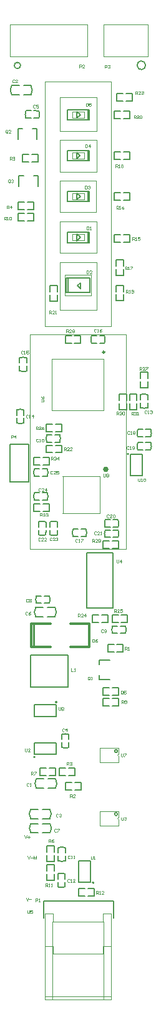
<source format=gto>
%FSLAX25Y25*%
%MOIN*%
G70*
G01*
G75*
%ADD10R,0.00984X0.03150*%
%ADD11R,0.03150X0.00984*%
%ADD12R,0.17716X0.17716*%
%ADD13R,0.07874X0.07874*%
%ADD14R,0.02362X0.02756*%
%ADD15R,0.02756X0.02362*%
%ADD16R,0.03150X0.03937*%
%ADD17R,0.02559X0.02165*%
%ADD18R,0.02165X0.02559*%
%ADD19R,0.03543X0.03150*%
%ADD20R,0.03543X0.03150*%
%ADD21R,0.01575X0.03937*%
%ADD22O,0.01181X0.07874*%
%ADD23R,0.01181X0.07874*%
%ADD24R,0.03937X0.01575*%
%ADD25R,0.02362X0.07874*%
%ADD26R,0.01063X0.07874*%
%ADD27R,0.05906X0.12992*%
%ADD28R,0.05906X0.03937*%
%ADD29R,0.03150X0.02559*%
%ADD30R,0.05118X0.15748*%
%ADD31C,0.05906*%
%ADD32R,0.03150X0.03543*%
%ADD33R,0.03150X0.03543*%
%ADD34R,0.06299X0.07480*%
%ADD35R,0.02756X0.13386*%
%ADD36R,0.07874X0.10000*%
%ADD37R,0.11417X0.11417*%
%ADD38C,0.00787*%
%ADD39C,0.01575*%
%ADD40C,0.02362*%
%ADD41C,0.01000*%
%ADD42C,0.01181*%
%ADD43R,0.05906X0.05906*%
%ADD44C,0.01969*%
%ADD45C,0.03150*%
%ADD46C,0.02756*%
%ADD47C,0.00984*%
%ADD48C,0.00500*%
%ADD49C,0.00591*%
%ADD50C,0.00394*%
%ADD51C,0.00709*%
%ADD52C,0.00197*%
%ADD53C,0.01200*%
D38*
X16092Y-425269D02*
G03*
X16092Y-430211I3706J-2471D01*
G01*
X26328D02*
G03*
X26328Y-425269I-3706J2471D01*
G01*
X28978Y-315337D02*
G03*
X28978Y-310395I-3706J2471D01*
G01*
X18742D02*
G03*
X18742Y-315337I3706J-2471D01*
G01*
X19012Y-401459D02*
G03*
X19012Y-406401I3706J-2471D01*
G01*
X29248D02*
G03*
X29248Y-401459I-3706J2471D01*
G01*
X30067Y-360760D02*
G03*
X30067Y-360760I-394J0D01*
G01*
X49714Y-456674D02*
G03*
X49714Y-456674I-394J0D01*
G01*
X18280Y-389940D02*
G03*
X18280Y-389940I-394J0D01*
G01*
X16012Y-417659D02*
G03*
X16012Y-422601I3706J-2471D01*
G01*
X26248D02*
G03*
X26248Y-417659I-3706J2471D01*
G01*
X16128Y-38101D02*
G03*
X16128Y-33159I-3706J2471D01*
G01*
X5892D02*
G03*
X5892Y-38101I3706J-2471D01*
G01*
X68354Y-228926D02*
G03*
X68354Y-228926I-394J0D01*
G01*
X16092Y-430211D02*
X20029D01*
X16092Y-425269D02*
X20029D01*
X22391Y-430211D02*
X26328D01*
X22391Y-425269D02*
X26328D01*
X25041Y-310395D02*
X28978D01*
X25041Y-315337D02*
X28978D01*
X18742Y-310395D02*
X22679D01*
X18742Y-315337D02*
X22679D01*
X19012Y-406401D02*
X22949D01*
X19012Y-401459D02*
X22949D01*
X25311Y-406401D02*
X29248D01*
X25311Y-401459D02*
X29248D01*
X17066Y-56150D02*
X19428D01*
X9192D02*
X11554D01*
X19428Y-61819D02*
Y-56150D01*
X9192Y-61780D02*
Y-56150D01*
X17666Y-81250D02*
X20028D01*
X9792D02*
X12154D01*
X20028Y-86919D02*
Y-81250D01*
X9792Y-86880D02*
Y-81250D01*
X60027Y-296080D02*
Y-281277D01*
X46050Y-281316D02*
X59987D01*
X45853Y-310647D02*
Y-281513D01*
Y-310647D02*
X59987D01*
X60027Y-310450D02*
Y-294938D01*
X45853Y-281513D02*
X46050Y-281316D01*
X35017Y-143049D02*
X47615D01*
X35017Y-135568D02*
X47615D01*
X42497Y-141080D02*
Y-137930D01*
X47615Y-143049D02*
Y-135568D01*
X35017Y-143049D02*
Y-135568D01*
X35804Y-143049D02*
Y-135568D01*
X40922Y-139505D02*
X42497Y-141080D01*
X40922Y-139505D02*
X42497Y-137930D01*
X45223Y-111147D02*
X47428D01*
X46759Y-116659D02*
X47389D01*
X47428Y-116619D01*
Y-116029D01*
X46759Y-116659D02*
Y-111147D01*
X47428Y-116029D02*
Y-111147D01*
X35774Y-116659D02*
X46759D01*
X35774D02*
Y-111147D01*
X46759D01*
X45223Y-89317D02*
X47428D01*
X46759Y-94829D02*
X47389D01*
X47428Y-94789D01*
Y-94199D01*
X46759Y-94829D02*
Y-89317D01*
X47428Y-94199D02*
Y-89317D01*
X35774Y-94829D02*
X46759D01*
X35774D02*
Y-89317D01*
X46759D01*
X45213Y-67667D02*
X47418D01*
X46749Y-73179D02*
X47379D01*
X47418Y-73139D01*
Y-72549D01*
X46749Y-73179D02*
Y-67667D01*
X47418Y-72549D02*
Y-67667D01*
X35765Y-73179D02*
X46749D01*
X35765D02*
Y-67667D01*
X46749D01*
X45223Y-46077D02*
X47428D01*
X46759Y-51589D02*
X47389D01*
X47428Y-51549D01*
Y-50959D01*
X46759Y-51589D02*
Y-46077D01*
X47428Y-50959D02*
Y-46077D01*
X35774Y-51589D02*
X46759D01*
X35774D02*
Y-46077D01*
X46759D01*
X16012Y-422601D02*
X19949D01*
X16012Y-417659D02*
X19949D01*
X22311Y-422601D02*
X26248D01*
X22311Y-417659D02*
X26248D01*
X52530Y-340794D02*
Y-338432D01*
Y-348668D02*
Y-346306D01*
Y-338432D02*
X58199D01*
X52530Y-348668D02*
X58160D01*
X12191Y-33159D02*
X16128D01*
X12191Y-38101D02*
X16128D01*
X5892Y-33159D02*
X9829D01*
X5892Y-38101D02*
X9829D01*
X4820Y-243870D02*
Y-223870D01*
Y-243870D02*
X14820D01*
Y-223870D01*
X4820D02*
X14820D01*
X52992Y-240718D02*
X53091D01*
X52992D02*
Y-240619D01*
Y-260501D02*
Y-260402D01*
X53091D01*
X33209D02*
X33307D01*
Y-260501D02*
Y-260402D01*
Y-240718D02*
Y-240619D01*
X33209Y-240718D02*
X33307D01*
D41*
X17660Y-331569D02*
Y-318971D01*
D47*
X55480Y-174833D02*
G03*
X55480Y-174833I-492J0D01*
G01*
X56142Y-237068D02*
G03*
X56142Y-237068I-492J0D01*
G01*
X57134Y-237076D02*
G03*
X57134Y-237076I-984J0D01*
G01*
D48*
X36405Y-377925D02*
G03*
X32506Y-377928I-1945J-4864D01*
G01*
X32476Y-384781D02*
G03*
X36412Y-384856I2063J4907D01*
G01*
X24642Y-218705D02*
G03*
X24646Y-222604I4864J-1945D01*
G01*
X31498Y-222634D02*
G03*
X31574Y-218698I-4907J2063D01*
G01*
X66615Y-324205D02*
G03*
X66612Y-320306I-4864J1945D01*
G01*
X59759Y-320276D02*
G03*
X59684Y-324212I4907J-2063D01*
G01*
X19084Y-304301D02*
G03*
X19088Y-308200I4864J-1945D01*
G01*
X25941Y-308230D02*
G03*
X26016Y-304294I-4907J2063D01*
G01*
X34615Y-438115D02*
G03*
X30716Y-438118I-1945J-4864D01*
G01*
X30686Y-444971D02*
G03*
X34622Y-445046I2063J4907D01*
G01*
X30485Y-458875D02*
G03*
X34384Y-458872I1945J4864D01*
G01*
X34414Y-452019D02*
G03*
X30478Y-451944I-2063J-4907D01*
G01*
X20365Y-50525D02*
G03*
X20362Y-46626I-4864J1945D01*
G01*
X13509Y-46596D02*
G03*
X13434Y-50532I4907J-2063D01*
G01*
X80071Y-219854D02*
G03*
X80146Y-215918I-4907J2063D01*
G01*
X73215Y-215925D02*
G03*
X73218Y-219824I4864J-1945D01*
G01*
X80069Y-226799D02*
G03*
X80145Y-222863I-4907J2063D01*
G01*
X73213Y-222870D02*
G03*
X73216Y-226769I4864J-1945D01*
G01*
X48559Y-166041D02*
G03*
X48484Y-169976I4907J-2063D01*
G01*
X55415Y-169970D02*
G03*
X55412Y-166071I-4864J1945D01*
G01*
X10046Y-184761D02*
G03*
X13982Y-184836I2063J4907D01*
G01*
X13975Y-177905D02*
G03*
X10076Y-177908I-1945J-4864D01*
G01*
X12434Y-205599D02*
G03*
X8498Y-205524I-2063J-4907D01*
G01*
X8505Y-212455D02*
G03*
X12404Y-212452I1945J4864D01*
G01*
X78574Y-197439D02*
G03*
X74638Y-197364I-2063J-4907D01*
G01*
X74645Y-204295D02*
G03*
X78544Y-204292I1945J4864D01*
G01*
X38689Y-268846D02*
G03*
X38614Y-272782I4907J-2063D01*
G01*
X45545Y-272775D02*
G03*
X45542Y-268876I-4864J1945D01*
G01*
X24841Y-240854D02*
G03*
X24916Y-236918I-4907J2063D01*
G01*
X17985Y-236925D02*
G03*
X17988Y-240824I4864J-1945D01*
G01*
X24841Y-253514D02*
G03*
X24916Y-249578I-4907J2063D01*
G01*
X17985Y-249585D02*
G03*
X17988Y-253484I4864J-1945D01*
G01*
X24124Y-265009D02*
G03*
X20188Y-264934I-2063J-4907D01*
G01*
X20195Y-271865D02*
G03*
X24094Y-271862I1945J4864D01*
G01*
X55859Y-269326D02*
G03*
X55784Y-273262I4907J-2063D01*
G01*
X62715Y-273255D02*
G03*
X62712Y-269356I-4864J1945D01*
G01*
X30384Y-265029D02*
G03*
X26448Y-264954I-2063J-4907D01*
G01*
X26455Y-271885D02*
G03*
X30354Y-271882I1945J4864D01*
G01*
X55859Y-263846D02*
G03*
X55784Y-267782I4907J-2063D01*
G01*
X62715Y-267775D02*
G03*
X62712Y-263876I-4864J1945D01*
G01*
X36408Y-380524D02*
Y-377926D01*
X32471Y-380524D02*
X32511Y-377926D01*
X36408Y-384858D02*
Y-382099D01*
X32471Y-384779D02*
Y-382099D01*
X24644Y-218702D02*
X27242D01*
X24644Y-222599D02*
X27242Y-222639D01*
X28817Y-218702D02*
X31575D01*
X28817Y-222639D02*
X31496D01*
X64016Y-324208D02*
X66614D01*
X64016Y-320271D02*
X66614Y-320311D01*
X59682Y-324208D02*
X62441D01*
X59761Y-320271D02*
X62441D01*
X19086Y-304298D02*
X21684D01*
X19086Y-308195D02*
X21684Y-308235D01*
X23259Y-304298D02*
X26017D01*
X23259Y-308235D02*
X25939D01*
X34618Y-440714D02*
Y-438116D01*
X30681Y-440714D02*
X30721Y-438116D01*
X34618Y-445048D02*
Y-442289D01*
X30681Y-444969D02*
Y-442289D01*
X30481Y-458874D02*
Y-456276D01*
X34379Y-458874D02*
X34418Y-456276D01*
X30481Y-454701D02*
Y-451942D01*
X34418Y-454701D02*
Y-452021D01*
X17766Y-50529D02*
X20364D01*
X17766Y-46591D02*
X20364Y-46631D01*
X13432Y-50529D02*
X16191D01*
X13511Y-46591D02*
X16191D01*
X77389Y-219859D02*
X80069D01*
X77389Y-215921D02*
X80148D01*
X73216Y-219819D02*
X75814Y-219859D01*
X73216Y-215921D02*
X75814D01*
X77387Y-226803D02*
X80067D01*
X77387Y-222867D02*
X80146D01*
X73214Y-226764D02*
X75813Y-226803D01*
X73214Y-222867D02*
X75813D01*
X48561Y-166036D02*
X51241D01*
X48482Y-169973D02*
X51241D01*
X52816Y-166036D02*
X55414Y-166076D01*
X52816Y-169973D02*
X55414D01*
X10041Y-184759D02*
Y-182079D01*
X13979Y-184838D02*
Y-182079D01*
X10041Y-180504D02*
X10081Y-177906D01*
X13979Y-180504D02*
Y-177906D01*
X12438Y-208281D02*
Y-205601D01*
X8501Y-208281D02*
Y-205522D01*
X12399Y-212454D02*
X12438Y-209856D01*
X8501Y-212454D02*
Y-209856D01*
X78579Y-200121D02*
Y-197441D01*
X74642Y-200121D02*
Y-197362D01*
X78539Y-204294D02*
X78579Y-201696D01*
X74642Y-204294D02*
Y-201696D01*
X38691Y-268842D02*
X41371D01*
X38612Y-272779D02*
X41371D01*
X42946Y-268842D02*
X45544Y-268881D01*
X42946Y-272779D02*
X45544D01*
X22159Y-240859D02*
X24839D01*
X22159Y-236922D02*
X24917D01*
X17986Y-240819D02*
X20584Y-240859D01*
X17986Y-236922D02*
X20584D01*
X22159Y-253519D02*
X24839D01*
X22159Y-249582D02*
X24917D01*
X17986Y-253479D02*
X20584Y-253519D01*
X17986Y-249582D02*
X20584D01*
X24128Y-267691D02*
Y-265011D01*
X20191Y-267691D02*
Y-264932D01*
X24089Y-271864D02*
X24128Y-269266D01*
X20191Y-271864D02*
Y-269266D01*
X55861Y-269321D02*
X58541D01*
X55782Y-273258D02*
X58541D01*
X60116Y-269321D02*
X62714Y-269361D01*
X60116Y-273258D02*
X62714D01*
X30389Y-267711D02*
Y-265031D01*
X26452Y-267711D02*
Y-264952D01*
X30349Y-271884D02*
X30389Y-269286D01*
X26452Y-271884D02*
Y-269286D01*
X55861Y-263842D02*
X58541D01*
X55782Y-267778D02*
X58541D01*
X60116Y-263842D02*
X62714Y-263881D01*
X60116Y-267778D02*
X62714D01*
D49*
X62394Y-386735D02*
G03*
X62394Y-386735I-781J0D01*
G01*
Y-420275D02*
G03*
X62394Y-420275I-781J0D01*
G01*
X72829Y-22626D02*
G03*
X72820Y-22420I2271J206D01*
G01*
X10572Y-22446D02*
G03*
X10575Y-22549I-1652J-103D01*
G01*
X29234Y-216988D02*
X32581D01*
Y-213052D01*
X29234D02*
X32581D01*
X24313Y-216988D02*
X27659D01*
X24313D02*
Y-213052D01*
X27659D01*
X59488Y-314341D02*
X62835D01*
X59488Y-318279D02*
Y-314341D01*
Y-318279D02*
X62835D01*
X64409Y-314341D02*
X67756D01*
Y-318279D02*
Y-314341D01*
X64409Y-318279D02*
X67756D01*
X49106Y-314341D02*
X52453D01*
X49106Y-318279D02*
Y-314341D01*
Y-318279D02*
X52453D01*
X54027Y-314341D02*
X57374D01*
Y-318279D02*
Y-314341D01*
X54027Y-318279D02*
X57374D01*
X61996Y-37481D02*
X65343D01*
X61996Y-41418D02*
Y-37481D01*
Y-41418D02*
X65343D01*
X66917Y-37481D02*
X70264D01*
Y-41418D02*
Y-37481D01*
X66917Y-41418D02*
X70264D01*
X29234Y-228242D02*
X32581D01*
Y-224305D01*
X29234D02*
X32581D01*
X24313Y-228242D02*
X27659D01*
X24313D02*
Y-224305D01*
X27659D01*
X26381Y-147684D02*
Y-144337D01*
Y-147684D02*
X30318D01*
Y-144337D01*
X26381Y-142763D02*
Y-139416D01*
X30318D01*
Y-142763D02*
Y-139416D01*
X60576Y-46922D02*
X63923D01*
X60576Y-50858D02*
Y-46922D01*
Y-50858D02*
X63923D01*
X65497Y-46922D02*
X68844D01*
Y-50858D02*
Y-46922D01*
X65497Y-50858D02*
X68844D01*
X61581Y-147564D02*
Y-144217D01*
Y-147564D02*
X65518D01*
Y-144217D01*
X61581Y-142643D02*
Y-139296D01*
X65518D01*
Y-142643D02*
Y-139296D01*
X60576Y-68492D02*
X63923D01*
X60576Y-72429D02*
Y-68492D01*
Y-72429D02*
X63923D01*
X65497Y-68492D02*
X68844D01*
Y-72429D02*
Y-68492D01*
X65497Y-72429D02*
X68844D01*
X65518Y-129063D02*
Y-125716D01*
X61581D02*
X65518D01*
X61581Y-129063D02*
Y-125716D01*
X65518Y-133984D02*
Y-130637D01*
X61581Y-133984D02*
X65518D01*
X61581D02*
Y-130637D01*
X60576Y-90101D02*
X63923D01*
X60576Y-94038D02*
Y-90101D01*
Y-94038D02*
X63923D01*
X65497Y-90101D02*
X68844D01*
Y-94038D02*
Y-90101D01*
X65497Y-94038D02*
X68844D01*
X60576Y-112372D02*
X63923D01*
X60576Y-116308D02*
Y-112372D01*
Y-116308D02*
X63923D01*
X65497Y-112372D02*
X68844D01*
Y-116308D02*
Y-112372D01*
X65497Y-116308D02*
X68844D01*
X46487Y-463698D02*
X49834D01*
Y-459761D01*
X46487D02*
X49834D01*
X41566Y-463698D02*
X44913D01*
X41566D02*
Y-459761D01*
X44913D01*
X54696Y-358741D02*
X58043D01*
X54696Y-362679D02*
Y-358741D01*
Y-362679D02*
X58043D01*
X59617Y-358741D02*
X62964D01*
Y-362679D02*
Y-358741D01*
X59617Y-362679D02*
X62964D01*
X20996Y-395752D02*
X24343D01*
X20996Y-399689D02*
Y-395752D01*
Y-399689D02*
X24343D01*
X25917Y-395752D02*
X29264D01*
Y-399689D02*
Y-395752D01*
X25917Y-399689D02*
X29264D01*
X54606Y-353051D02*
X57953D01*
X54606Y-356989D02*
Y-353051D01*
Y-356989D02*
X57953D01*
X59527Y-353051D02*
X62874D01*
Y-356989D02*
Y-353051D01*
X59527Y-356989D02*
X62874D01*
X31236Y-395761D02*
X34583D01*
X31236Y-399698D02*
Y-395761D01*
Y-399698D02*
X34583D01*
X36157Y-395761D02*
X39504D01*
Y-399698D02*
Y-395761D01*
X36157Y-399698D02*
X39504D01*
X39477Y-407469D02*
X42824D01*
Y-403532D01*
X39477D02*
X42824D01*
X34556Y-407469D02*
X37903D01*
X34556D02*
Y-403532D01*
X37903D01*
X57186Y-330161D02*
X60533D01*
X57186Y-334099D02*
Y-330161D01*
Y-334099D02*
X60533D01*
X62107Y-330161D02*
X65454D01*
Y-334099D02*
Y-330161D01*
X62107Y-334099D02*
X65454D01*
X24632Y-455274D02*
Y-451927D01*
Y-455274D02*
X28569D01*
Y-451927D01*
X24632Y-450353D02*
Y-447006D01*
X28569D01*
Y-450353D02*
Y-447006D01*
X24632Y-445276D02*
Y-441930D01*
Y-445276D02*
X28569D01*
Y-441930D01*
X24632Y-440355D02*
Y-437008D01*
X28569D01*
Y-440355D02*
Y-437008D01*
X14319Y-104969D02*
X17666D01*
Y-101031D01*
X14319D02*
X17666D01*
X9398Y-104969D02*
X12745D01*
X9398D02*
Y-101031D01*
X12745D01*
X11546Y-69682D02*
X14893D01*
X11546Y-73619D02*
Y-69682D01*
Y-73619D02*
X14893D01*
X16467Y-69682D02*
X19814D01*
Y-73619D02*
Y-69682D01*
X16467Y-73619D02*
X19814D01*
X14319Y-99019D02*
X17666D01*
Y-95082D01*
X14319D02*
X17666D01*
X9398Y-99019D02*
X12745D01*
X9398D02*
Y-95082D01*
X12745D01*
X22808Y-475395D02*
Y-466537D01*
X60170Y-475356D02*
Y-466537D01*
X22808D02*
X60170D01*
X40775Y-112171D02*
X42467Y-113864D01*
X40775Y-115596D02*
Y-112171D01*
Y-115596D02*
X42467Y-113903D01*
Y-113903D01*
X40775Y-90341D02*
X42467Y-92033D01*
X40775Y-93766D02*
Y-90341D01*
Y-93766D02*
X42467Y-92073D01*
Y-92073D01*
X40764Y-68691D02*
X42457Y-70384D01*
X40764Y-72116D02*
Y-68691D01*
Y-72116D02*
X42457Y-70423D01*
Y-70423D01*
X40775Y-47100D02*
X42467Y-48794D01*
X40775Y-50526D02*
Y-47100D01*
Y-50526D02*
X42467Y-48833D01*
Y-48833D01*
X34506Y-166082D02*
X37853D01*
X34506Y-170018D02*
Y-166082D01*
Y-170018D02*
X37853D01*
X39427Y-166082D02*
X42774D01*
Y-170018D02*
Y-166082D01*
X39427Y-170018D02*
X42774D01*
X74642Y-193654D02*
Y-190307D01*
Y-193654D02*
X78579D01*
Y-190307D01*
X74642Y-188733D02*
Y-185386D01*
X78579D01*
Y-188733D02*
Y-185386D01*
X72789Y-200463D02*
Y-197116D01*
X68852D02*
X72789D01*
X68852Y-200463D02*
Y-197116D01*
X72789Y-205384D02*
Y-202037D01*
X68852Y-205384D02*
X72789D01*
X68852D02*
Y-202037D01*
X67248Y-200453D02*
Y-197106D01*
X63311D02*
X67248D01*
X63311Y-200453D02*
Y-197106D01*
X67248Y-205374D02*
Y-202027D01*
X63311Y-205374D02*
X67248D01*
X63311D02*
Y-202027D01*
X22537Y-234629D02*
X25884D01*
Y-230692D01*
X22537D02*
X25884D01*
X17616Y-234629D02*
X20963D01*
X17616D02*
Y-230692D01*
X20963D01*
X22547Y-259408D02*
X25894D01*
Y-255471D01*
X22547D02*
X25894D01*
X17626Y-259408D02*
X20973D01*
X17626D02*
Y-255471D01*
X20973D01*
X54746Y-275031D02*
X58093D01*
X54746Y-278969D02*
Y-275031D01*
Y-278969D02*
X58093D01*
X59667Y-275031D02*
X63014D01*
Y-278969D02*
Y-275031D01*
X59667Y-278969D02*
X63014D01*
D50*
X63092Y-388406D02*
G03*
X63092Y-389686I0J-640D01*
G01*
Y-421946D02*
G03*
X63092Y-423225I0J-640D01*
G01*
X27429Y-205837D02*
Y-178278D01*
X54988D01*
X27429Y-205837D02*
X54988D01*
Y-178278D01*
X52856Y-385246D02*
X63092D01*
X52856Y-392845D02*
Y-385246D01*
Y-392845D02*
X63092D01*
Y-389686D01*
Y-388406D02*
Y-385246D01*
X52856Y-418786D02*
X63092D01*
X52856Y-426385D02*
Y-418786D01*
Y-426385D02*
X63092D01*
Y-423225D01*
Y-421946D02*
Y-418786D01*
X54878Y-720D02*
X78500D01*
X54878Y-17720D02*
Y-791D01*
Y-17720D02*
X78500D01*
Y-791D01*
X5120Y-720D02*
X46459D01*
Y-17649D02*
Y-720D01*
X5120Y-17649D02*
X46459D01*
X5120D02*
Y-720D01*
X23622Y-161024D02*
Y-31102D01*
X59055D01*
Y-161024D02*
Y-31102D01*
X23622Y-161024D02*
X59055D01*
X31496Y-57284D02*
Y-39567D01*
X51181D01*
Y-57284D02*
Y-39567D01*
X31496Y-57284D02*
X51181D01*
X31496Y-78937D02*
Y-62008D01*
X51181D01*
X31496Y-78937D02*
X51181D01*
Y-62008D01*
X31496Y-100591D02*
Y-83661D01*
X51024D01*
X31496Y-100591D02*
X51063D01*
X51024Y-100551D02*
X51063Y-100591D01*
Y-83701D01*
X31496Y-122244D02*
Y-105315D01*
X51181D01*
X31496Y-122244D02*
X51181D01*
Y-105315D01*
X31496Y-152559D02*
Y-126969D01*
X51181D01*
X31496Y-152559D02*
X51181D01*
Y-126969D01*
X15748Y-279528D02*
Y-165354D01*
X66929D01*
Y-279528D02*
Y-165354D01*
X15748Y-279528D02*
X66929D01*
X52992Y-260402D02*
Y-240718D01*
X33307Y-260402D02*
X52992D01*
X33307D02*
Y-240718D01*
X52992D01*
X30866Y-363544D02*
Y-364856D01*
X31128Y-365118D01*
X31653D01*
X31916Y-364856D01*
Y-363544D01*
X32440Y-363806D02*
X32703Y-363544D01*
X33228D01*
X33490Y-363806D01*
Y-364069D01*
X33228Y-364331D01*
X33490Y-364593D01*
Y-364856D01*
X33228Y-365118D01*
X32703D01*
X32440Y-364856D01*
Y-364593D01*
X32703Y-364331D01*
X32440Y-364069D01*
Y-363806D01*
X32703Y-364331D02*
X33228D01*
X64252Y-388071D02*
Y-389383D01*
X64514Y-389646D01*
X65039D01*
X65302Y-389383D01*
Y-388071D01*
X65826D02*
X66876D01*
Y-388334D01*
X65826Y-389383D01*
Y-389646D01*
X5105Y-84541D02*
Y-83491D01*
X4842Y-83229D01*
X4318D01*
X4055Y-83491D01*
Y-84541D01*
X4318Y-84803D01*
X4842D01*
X4580Y-84278D02*
X5105Y-84803D01*
X4842D02*
X5105Y-84541D01*
X5629Y-83491D02*
X5892Y-83229D01*
X6417D01*
X6679Y-83491D01*
Y-83754D01*
X6417Y-84016D01*
X6154D01*
X6417D01*
X6679Y-84278D01*
Y-84541D01*
X6417Y-84803D01*
X5892D01*
X5629Y-84541D01*
X3609Y-58084D02*
Y-57035D01*
X3346Y-56772D01*
X2821D01*
X2559Y-57035D01*
Y-58084D01*
X2821Y-58346D01*
X3346D01*
X3084Y-57822D02*
X3609Y-58346D01*
X3346D02*
X3609Y-58084D01*
X5183Y-58346D02*
X4133D01*
X5183Y-57297D01*
Y-57035D01*
X4921Y-56772D01*
X4396D01*
X4133Y-57035D01*
X48898Y-327284D02*
Y-328858D01*
X49685D01*
X49947Y-328596D01*
Y-327546D01*
X49685Y-327284D01*
X48898D01*
X51521D02*
X50997Y-327546D01*
X50472Y-328071D01*
Y-328596D01*
X50734Y-328858D01*
X51259D01*
X51521Y-328596D01*
Y-328333D01*
X51259Y-328071D01*
X50472D01*
X36798Y-454948D02*
X36535Y-454685D01*
X36010D01*
X35748Y-454948D01*
Y-455998D01*
X36010Y-456260D01*
X36535D01*
X36798Y-455998D01*
X37322Y-456260D02*
X37847D01*
X37585D01*
Y-454685D01*
X37322Y-454948D01*
X39684Y-456260D02*
X38634D01*
X39684Y-455210D01*
Y-454948D01*
X39421Y-454685D01*
X38897D01*
X38634Y-454948D01*
X37034Y-442586D02*
X36771Y-442323D01*
X36247D01*
X35984Y-442586D01*
Y-443635D01*
X36247Y-443898D01*
X36771D01*
X37034Y-443635D01*
X37558Y-443898D02*
X38083D01*
X37821D01*
Y-442323D01*
X37558Y-442586D01*
X38870Y-443898D02*
X39395D01*
X39133D01*
Y-442323D01*
X38870Y-442586D01*
X16220Y-399331D02*
Y-397756D01*
X17008D01*
X17270Y-398019D01*
Y-398544D01*
X17008Y-398806D01*
X16220D01*
X16745D02*
X17270Y-399331D01*
X17795Y-397756D02*
X18844D01*
Y-398019D01*
X17795Y-399068D01*
Y-399331D01*
X45551Y-42599D02*
Y-44173D01*
X46338D01*
X46601Y-43911D01*
Y-42861D01*
X46338Y-42599D01*
X45551D01*
X48175D02*
X47126D01*
Y-43386D01*
X47650Y-43124D01*
X47913D01*
X48175Y-43386D01*
Y-43911D01*
X47913Y-44173D01*
X47388D01*
X47126Y-43911D01*
X45276Y-64489D02*
Y-66063D01*
X46063D01*
X46325Y-65801D01*
Y-64751D01*
X46063Y-64489D01*
X45276D01*
X47637Y-66063D02*
Y-64489D01*
X46850Y-65276D01*
X47899D01*
X45079Y-86418D02*
Y-87992D01*
X45866D01*
X46128Y-87730D01*
Y-86680D01*
X45866Y-86418D01*
X45079D01*
X46653Y-86680D02*
X46915Y-86418D01*
X47440D01*
X47703Y-86680D01*
Y-86943D01*
X47440Y-87205D01*
X47178D01*
X47440D01*
X47703Y-87467D01*
Y-87730D01*
X47440Y-87992D01*
X46915D01*
X46653Y-87730D01*
X46063Y-108229D02*
Y-109803D01*
X46850D01*
X47113Y-109541D01*
Y-108491D01*
X46850Y-108229D01*
X46063D01*
X47637Y-109803D02*
X48162D01*
X47900D01*
Y-108229D01*
X47637Y-108491D01*
X15026Y-404003D02*
X14763Y-403741D01*
X14239D01*
X13976Y-404003D01*
Y-405053D01*
X14239Y-405315D01*
X14763D01*
X15026Y-405053D01*
X15551Y-405315D02*
X16075D01*
X15813D01*
Y-403741D01*
X15551Y-404003D01*
X7467Y-30263D02*
X7204Y-30000D01*
X6680D01*
X6417Y-30263D01*
Y-31312D01*
X6680Y-31575D01*
X7204D01*
X7467Y-31312D01*
X9041Y-31575D02*
X7992D01*
X9041Y-30525D01*
Y-30263D01*
X8779Y-30000D01*
X8254D01*
X7992Y-30263D01*
X30681Y-420476D02*
X30418Y-420214D01*
X29894D01*
X29631Y-420476D01*
Y-421526D01*
X29894Y-421788D01*
X30418D01*
X30681Y-421526D01*
X31205Y-420476D02*
X31468Y-420214D01*
X31993D01*
X32255Y-420476D01*
Y-420739D01*
X31993Y-421001D01*
X31730D01*
X31993D01*
X32255Y-421263D01*
Y-421526D01*
X31993Y-421788D01*
X31468D01*
X31205Y-421526D01*
X33924Y-374948D02*
X33661Y-374686D01*
X33136D01*
X32874Y-374948D01*
Y-375997D01*
X33136Y-376260D01*
X33661D01*
X33924Y-375997D01*
X35236Y-376260D02*
Y-374686D01*
X34448Y-375473D01*
X35498D01*
X18490Y-43727D02*
X18228Y-43465D01*
X17703D01*
X17441Y-43727D01*
Y-44777D01*
X17703Y-45039D01*
X18228D01*
X18490Y-44777D01*
X20065Y-43465D02*
X19015D01*
Y-44252D01*
X19540Y-43990D01*
X19802D01*
X20065Y-44252D01*
Y-44777D01*
X19802Y-45039D01*
X19278D01*
X19015Y-44777D01*
X14321Y-313092D02*
X14059Y-312830D01*
X13534D01*
X13272Y-313092D01*
Y-314142D01*
X13534Y-314404D01*
X14059D01*
X14321Y-314142D01*
X15896Y-312830D02*
X15371Y-313092D01*
X14846Y-313617D01*
Y-314142D01*
X15109Y-314404D01*
X15633D01*
X15896Y-314142D01*
Y-313879D01*
X15633Y-313617D01*
X14846D01*
X29833Y-428450D02*
X29571Y-428188D01*
X29046D01*
X28784Y-428450D01*
Y-429500D01*
X29046Y-429762D01*
X29571D01*
X29833Y-429500D01*
X30358Y-428188D02*
X31407D01*
Y-428450D01*
X30358Y-429500D01*
Y-429762D01*
X14579Y-306241D02*
X14317Y-305979D01*
X13792D01*
X13530Y-306241D01*
Y-307291D01*
X13792Y-307553D01*
X14317D01*
X14579Y-307291D01*
X15104Y-306241D02*
X15367Y-305979D01*
X15891D01*
X16154Y-306241D01*
Y-306504D01*
X15891Y-306766D01*
X16154Y-307028D01*
Y-307291D01*
X15891Y-307553D01*
X15367D01*
X15104Y-307291D01*
Y-307028D01*
X15367Y-306766D01*
X15104Y-306504D01*
Y-306241D01*
X15367Y-306766D02*
X15891D01*
X54790Y-322461D02*
X54527Y-322198D01*
X54002D01*
X53740Y-322461D01*
Y-323510D01*
X54002Y-323773D01*
X54527D01*
X54790Y-323510D01*
X55314D02*
X55577Y-323773D01*
X56102D01*
X56364Y-323510D01*
Y-322461D01*
X56102Y-322198D01*
X55577D01*
X55314Y-322461D01*
Y-322723D01*
X55577Y-322985D01*
X56364D01*
X20065Y-221208D02*
X19803Y-220945D01*
X19278D01*
X19016Y-221208D01*
Y-222257D01*
X19278Y-222520D01*
X19803D01*
X20065Y-222257D01*
X20590Y-222520D02*
X21115D01*
X20852D01*
Y-220945D01*
X20590Y-221208D01*
X21902D02*
X22164Y-220945D01*
X22689D01*
X22952Y-221208D01*
Y-222257D01*
X22689Y-222520D01*
X22164D01*
X21902Y-222257D01*
Y-221208D01*
X45906Y-131418D02*
Y-132992D01*
X46693D01*
X46955Y-132730D01*
Y-131680D01*
X46693Y-131418D01*
X45906D01*
X48529Y-132992D02*
X47480D01*
X48529Y-131943D01*
Y-131680D01*
X48267Y-131418D01*
X47742D01*
X47480Y-131680D01*
X37638Y-342835D02*
Y-344409D01*
X38687D01*
X39212D02*
X39737D01*
X39474D01*
Y-342835D01*
X39212Y-343097D01*
X18740Y-466653D02*
Y-465079D01*
X19527D01*
X19790Y-465342D01*
Y-465866D01*
X19527Y-466129D01*
X18740D01*
X20314Y-466653D02*
X20839D01*
X20577D01*
Y-465079D01*
X20314Y-465342D01*
X42087Y-23740D02*
Y-22166D01*
X42874D01*
X43136Y-22428D01*
Y-22953D01*
X42874Y-23215D01*
X42087D01*
X44710Y-23740D02*
X43661D01*
X44710Y-22691D01*
Y-22428D01*
X44448Y-22166D01*
X43923D01*
X43661Y-22428D01*
X55709Y-23858D02*
Y-22284D01*
X56496D01*
X56758Y-22546D01*
Y-23071D01*
X56496Y-23334D01*
X55709D01*
X57283Y-22546D02*
X57545Y-22284D01*
X58070D01*
X58333Y-22546D01*
Y-22809D01*
X58070Y-23071D01*
X57808D01*
X58070D01*
X58333Y-23334D01*
Y-23596D01*
X58070Y-23858D01*
X57545D01*
X57283Y-23596D01*
X47703Y-348596D02*
Y-347546D01*
X47441Y-347284D01*
X46916D01*
X46654Y-347546D01*
Y-348596D01*
X46916Y-348858D01*
X47441D01*
X47178Y-348334D02*
X47703Y-348858D01*
X47441D02*
X47703Y-348596D01*
X48228Y-348858D02*
X48753D01*
X48490D01*
Y-347284D01*
X48228Y-347546D01*
X66448Y-333017D02*
Y-331443D01*
X67236D01*
X67498Y-331705D01*
Y-332230D01*
X67236Y-332492D01*
X66448D01*
X66973D02*
X67498Y-333017D01*
X68023D02*
X68547D01*
X68285D01*
Y-331443D01*
X68023Y-331705D01*
X37126Y-411422D02*
Y-409848D01*
X37913D01*
X38175Y-410110D01*
Y-410635D01*
X37913Y-410897D01*
X37126D01*
X37650D02*
X38175Y-411422D01*
X39750D02*
X38700D01*
X39750Y-410372D01*
Y-410110D01*
X39487Y-409848D01*
X38963D01*
X38700Y-410110D01*
X35276Y-394213D02*
Y-392638D01*
X36063D01*
X36325Y-392901D01*
Y-393425D01*
X36063Y-393688D01*
X35276D01*
X35800D02*
X36325Y-394213D01*
X36850Y-392901D02*
X37112Y-392638D01*
X37637D01*
X37899Y-392901D01*
Y-393163D01*
X37637Y-393425D01*
X37375D01*
X37637D01*
X37899Y-393688D01*
Y-393950D01*
X37637Y-394213D01*
X37112D01*
X36850Y-393950D01*
X3351Y-98561D02*
Y-96987D01*
X4138D01*
X4400Y-97249D01*
Y-97774D01*
X4138Y-98036D01*
X3351D01*
X3876D02*
X4400Y-98561D01*
X5712D02*
Y-96987D01*
X4925Y-97774D01*
X5975D01*
X64169Y-356452D02*
Y-354878D01*
X64956D01*
X65219Y-355140D01*
Y-355665D01*
X64956Y-355928D01*
X64169D01*
X64694D02*
X65219Y-356452D01*
X66793Y-354878D02*
X65744D01*
Y-355665D01*
X66268Y-355403D01*
X66531D01*
X66793Y-355665D01*
Y-356190D01*
X66531Y-356452D01*
X66006D01*
X65744Y-356190D01*
X25674Y-435206D02*
Y-433632D01*
X26461D01*
X26724Y-433894D01*
Y-434419D01*
X26461Y-434681D01*
X25674D01*
X26199D02*
X26724Y-435206D01*
X28298Y-433632D02*
X27773Y-433894D01*
X27248Y-434419D01*
Y-434944D01*
X27511Y-435206D01*
X28035D01*
X28298Y-434944D01*
Y-434681D01*
X28035Y-434419D01*
X27248D01*
X64549Y-361317D02*
Y-359743D01*
X65336D01*
X65598Y-360006D01*
Y-360530D01*
X65336Y-360793D01*
X64549D01*
X65073D02*
X65598Y-361317D01*
X66123Y-360006D02*
X66385Y-359743D01*
X66910D01*
X67172Y-360006D01*
Y-360268D01*
X66910Y-360530D01*
X67172Y-360793D01*
Y-361055D01*
X66910Y-361317D01*
X66385D01*
X66123Y-361055D01*
Y-360793D01*
X66385Y-360530D01*
X66123Y-360268D01*
Y-360006D01*
X66385Y-360530D02*
X66910D01*
X4800Y-72636D02*
Y-71062D01*
X5587D01*
X5850Y-71325D01*
Y-71849D01*
X5587Y-72112D01*
X4800D01*
X5325D02*
X5850Y-72636D01*
X6374Y-72374D02*
X6637Y-72636D01*
X7162D01*
X7424Y-72374D01*
Y-71325D01*
X7162Y-71062D01*
X6637D01*
X6374Y-71325D01*
Y-71587D01*
X6637Y-71849D01*
X7424D01*
X1811Y-104528D02*
Y-102953D01*
X2598D01*
X2860Y-103216D01*
Y-103740D01*
X2598Y-104003D01*
X1811D01*
X2336D02*
X2860Y-104528D01*
X3385D02*
X3910D01*
X3648D01*
Y-102953D01*
X3385Y-103216D01*
X4697D02*
X4960Y-102953D01*
X5484D01*
X5747Y-103216D01*
Y-104265D01*
X5484Y-104528D01*
X4960D01*
X4697Y-104265D01*
Y-103216D01*
X24016Y-458780D02*
Y-457206D01*
X24803D01*
X25065Y-457468D01*
Y-457993D01*
X24803Y-458255D01*
X24016D01*
X24541D02*
X25065Y-458780D01*
X25590D02*
X26115D01*
X25852D01*
Y-457206D01*
X25590Y-457468D01*
X26902Y-458780D02*
X27427D01*
X27164D01*
Y-457206D01*
X26902Y-457468D01*
X51051Y-462756D02*
Y-461182D01*
X51838D01*
X52100Y-461444D01*
Y-461969D01*
X51838Y-462231D01*
X51051D01*
X51575D02*
X52100Y-462756D01*
X52625D02*
X53149D01*
X52887D01*
Y-461182D01*
X52625Y-461444D01*
X54986Y-462756D02*
X53937D01*
X54986Y-461706D01*
Y-461444D01*
X54724Y-461182D01*
X54199D01*
X53937Y-461444D01*
X70433Y-115276D02*
Y-113701D01*
X71220D01*
X71483Y-113964D01*
Y-114488D01*
X71220Y-114751D01*
X70433D01*
X70958D02*
X71483Y-115276D01*
X72007D02*
X72532D01*
X72270D01*
Y-113701D01*
X72007Y-113964D01*
X74369Y-113701D02*
X73319D01*
Y-114488D01*
X73844Y-114226D01*
X74106D01*
X74369Y-114488D01*
Y-115013D01*
X74106Y-115276D01*
X73582D01*
X73319Y-115013D01*
X61794Y-98786D02*
Y-97212D01*
X62581D01*
X62843Y-97475D01*
Y-97999D01*
X62581Y-98262D01*
X61794D01*
X62318D02*
X62843Y-98786D01*
X63368D02*
X63893D01*
X63630D01*
Y-97212D01*
X63368Y-97475D01*
X65729Y-97212D02*
X65205Y-97475D01*
X64680Y-97999D01*
Y-98524D01*
X64942Y-98786D01*
X65467D01*
X65729Y-98524D01*
Y-98262D01*
X65467Y-97999D01*
X64680D01*
X66496Y-130905D02*
Y-129331D01*
X67283D01*
X67546Y-129594D01*
Y-130118D01*
X67283Y-130381D01*
X66496D01*
X67021D02*
X67546Y-130905D01*
X68070D02*
X68595D01*
X68333D01*
Y-129331D01*
X68070Y-129594D01*
X69382Y-129331D02*
X70432D01*
Y-129594D01*
X69382Y-130643D01*
Y-130905D01*
X61428Y-76618D02*
Y-75044D01*
X62216D01*
X62478Y-75306D01*
Y-75831D01*
X62216Y-76093D01*
X61428D01*
X61953D02*
X62478Y-76618D01*
X63003D02*
X63528D01*
X63265D01*
Y-75044D01*
X63003Y-75306D01*
X64315D02*
X64577Y-75044D01*
X65102D01*
X65364Y-75306D01*
Y-75569D01*
X65102Y-75831D01*
X65364Y-76093D01*
Y-76356D01*
X65102Y-76618D01*
X64577D01*
X64315Y-76356D01*
Y-76093D01*
X64577Y-75831D01*
X64315Y-75569D01*
Y-75306D01*
X64577Y-75831D02*
X65102D01*
X66969Y-143347D02*
Y-141772D01*
X67756D01*
X68018Y-142034D01*
Y-142559D01*
X67756Y-142822D01*
X66969D01*
X67493D02*
X68018Y-143347D01*
X68543D02*
X69068D01*
X68805D01*
Y-141772D01*
X68543Y-142034D01*
X69855Y-143084D02*
X70117Y-143347D01*
X70642D01*
X70904Y-143084D01*
Y-142034D01*
X70642Y-141772D01*
X70117D01*
X69855Y-142034D01*
Y-142297D01*
X70117Y-142559D01*
X70904D01*
X71181Y-50591D02*
Y-49016D01*
X71968D01*
X72231Y-49279D01*
Y-49803D01*
X71968Y-50066D01*
X71181D01*
X71706D02*
X72231Y-50591D01*
X73805D02*
X72755D01*
X73805Y-49541D01*
Y-49279D01*
X73542Y-49016D01*
X73018D01*
X72755Y-49279D01*
X74330D02*
X74592Y-49016D01*
X75117D01*
X75379Y-49279D01*
Y-50328D01*
X75117Y-50591D01*
X74592D01*
X74330Y-50328D01*
Y-49279D01*
X25984Y-154331D02*
Y-152756D01*
X26771D01*
X27034Y-153019D01*
Y-153544D01*
X26771Y-153806D01*
X25984D01*
X26509D02*
X27034Y-154331D01*
X28608D02*
X27558D01*
X28608Y-153281D01*
Y-153019D01*
X28346Y-152756D01*
X27821D01*
X27558Y-153019D01*
X29133Y-154331D02*
X29658D01*
X29395D01*
Y-152756D01*
X29133Y-153019D01*
X33858Y-227087D02*
Y-225512D01*
X34645D01*
X34908Y-225775D01*
Y-226300D01*
X34645Y-226562D01*
X33858D01*
X34383D02*
X34908Y-227087D01*
X36482D02*
X35433D01*
X36482Y-226037D01*
Y-225775D01*
X36220Y-225512D01*
X35695D01*
X35433Y-225775D01*
X38056Y-227087D02*
X37007D01*
X38056Y-226037D01*
Y-225775D01*
X37794Y-225512D01*
X37269D01*
X37007Y-225775D01*
X72008Y-37835D02*
Y-36260D01*
X72795D01*
X73057Y-36523D01*
Y-37047D01*
X72795Y-37310D01*
X72008D01*
X72533D02*
X73057Y-37835D01*
X74632D02*
X73582D01*
X74632Y-36785D01*
Y-36523D01*
X74369Y-36260D01*
X73844D01*
X73582Y-36523D01*
X75156D02*
X75419Y-36260D01*
X75944D01*
X76206Y-36523D01*
Y-36785D01*
X75944Y-37047D01*
X75681D01*
X75944D01*
X76206Y-37310D01*
Y-37572D01*
X75944Y-37835D01*
X75419D01*
X75156Y-37572D01*
X41299Y-315472D02*
Y-313898D01*
X42086D01*
X42349Y-314160D01*
Y-314685D01*
X42086Y-314948D01*
X41299D01*
X41824D02*
X42349Y-315472D01*
X43923D02*
X42873D01*
X43923Y-314423D01*
Y-314160D01*
X43661Y-313898D01*
X43136D01*
X42873Y-314160D01*
X45235Y-315472D02*
Y-313898D01*
X44448Y-314685D01*
X45497D01*
X60702Y-312957D02*
Y-311383D01*
X61489D01*
X61752Y-311645D01*
Y-312170D01*
X61489Y-312432D01*
X60702D01*
X61227D02*
X61752Y-312957D01*
X63326D02*
X62276D01*
X63326Y-311908D01*
Y-311645D01*
X63064Y-311383D01*
X62539D01*
X62276Y-311645D01*
X64900Y-311383D02*
X63851D01*
Y-312170D01*
X64376Y-311908D01*
X64638D01*
X64900Y-312170D01*
Y-312695D01*
X64638Y-312957D01*
X64113D01*
X63851Y-312695D01*
X18846Y-215918D02*
Y-214344D01*
X19633D01*
X19896Y-214606D01*
Y-215131D01*
X19633Y-215393D01*
X18846D01*
X19371D02*
X19896Y-215918D01*
X21470D02*
X20421D01*
X21470Y-214869D01*
Y-214606D01*
X21208Y-214344D01*
X20683D01*
X20421Y-214606D01*
X23044Y-214344D02*
X22520Y-214606D01*
X21995Y-215131D01*
Y-215656D01*
X22257Y-215918D01*
X22782D01*
X23044Y-215656D01*
Y-215393D01*
X22782Y-215131D01*
X21995D01*
X48150Y-442599D02*
Y-443911D01*
X48412Y-444173D01*
X48937D01*
X49199Y-443911D01*
Y-442599D01*
X49724Y-444173D02*
X50249D01*
X49986D01*
Y-442599D01*
X49724Y-442861D01*
X12992Y-385394D02*
Y-386706D01*
X13254Y-386968D01*
X13779D01*
X14042Y-386706D01*
Y-385394D01*
X15616Y-386968D02*
X14566D01*
X15616Y-385919D01*
Y-385657D01*
X15354Y-385394D01*
X14829D01*
X14566Y-385657D01*
X64370Y-421930D02*
Y-423242D01*
X64632Y-423504D01*
X65157D01*
X65420Y-423242D01*
Y-421930D01*
X65944Y-422192D02*
X66207Y-421930D01*
X66732D01*
X66994Y-422192D01*
Y-422454D01*
X66732Y-422717D01*
X66469D01*
X66732D01*
X66994Y-422979D01*
Y-423242D01*
X66732Y-423504D01*
X66207D01*
X65944Y-423242D01*
X61888Y-285246D02*
Y-286558D01*
X62150Y-286821D01*
X62675D01*
X62937Y-286558D01*
Y-285246D01*
X64249Y-286821D02*
Y-285246D01*
X63462Y-286033D01*
X64512D01*
X14215Y-471331D02*
Y-472643D01*
X14478Y-472905D01*
X15002D01*
X15265Y-472643D01*
Y-471331D01*
X16839D02*
X15789D01*
Y-472118D01*
X16314Y-471856D01*
X16577D01*
X16839Y-472118D01*
Y-472643D01*
X16577Y-472905D01*
X16052D01*
X15789Y-472643D01*
X21502Y-201003D02*
X22814D01*
X23076Y-200741D01*
Y-200216D01*
X22814Y-199953D01*
X21502D01*
Y-198379D02*
X21764Y-198904D01*
X22289Y-199429D01*
X22814D01*
X23076Y-199166D01*
Y-198642D01*
X22814Y-198379D01*
X22551D01*
X22289Y-198642D01*
Y-199429D01*
X77939Y-206050D02*
X77677Y-205788D01*
X77152D01*
X76890Y-206050D01*
Y-207100D01*
X77152Y-207362D01*
X77677D01*
X77939Y-207100D01*
X78464Y-207362D02*
X78989D01*
X78726D01*
Y-205788D01*
X78464Y-206050D01*
X79776D02*
X80038Y-205788D01*
X80563D01*
X80826Y-206050D01*
Y-206313D01*
X80563Y-206575D01*
X80301D01*
X80563D01*
X80826Y-206837D01*
Y-207100D01*
X80563Y-207362D01*
X80038D01*
X79776Y-207100D01*
X14628Y-208290D02*
X14366Y-208027D01*
X13841D01*
X13578Y-208290D01*
Y-209339D01*
X13841Y-209602D01*
X14366D01*
X14628Y-209339D01*
X15153Y-209602D02*
X15677D01*
X15415D01*
Y-208027D01*
X15153Y-208290D01*
X17252Y-209602D02*
Y-208027D01*
X16465Y-208815D01*
X17514D01*
X11916Y-174476D02*
X11653Y-174213D01*
X11129D01*
X10866Y-174476D01*
Y-175525D01*
X11129Y-175787D01*
X11653D01*
X11916Y-175525D01*
X12440Y-175787D02*
X12965D01*
X12703D01*
Y-174213D01*
X12440Y-174476D01*
X14802Y-174213D02*
X13752D01*
Y-175000D01*
X14277Y-174738D01*
X14539D01*
X14802Y-175000D01*
Y-175525D01*
X14539Y-175787D01*
X14015D01*
X13752Y-175525D01*
X51011Y-162861D02*
X50748Y-162599D01*
X50223D01*
X49961Y-162861D01*
Y-163910D01*
X50223Y-164173D01*
X50748D01*
X51011Y-163910D01*
X51535Y-164173D02*
X52060D01*
X51798D01*
Y-162599D01*
X51535Y-162861D01*
X53897Y-162599D02*
X53372Y-162861D01*
X52847Y-163386D01*
Y-163910D01*
X53110Y-164173D01*
X53634D01*
X53897Y-163910D01*
Y-163648D01*
X53634Y-163386D01*
X52847D01*
X41039Y-274513D02*
X40777Y-274250D01*
X40252D01*
X39990Y-274513D01*
Y-275562D01*
X40252Y-275825D01*
X40777D01*
X41039Y-275562D01*
X41564Y-275825D02*
X42089D01*
X41827D01*
Y-274250D01*
X41564Y-274513D01*
X42876Y-274250D02*
X43926D01*
Y-274513D01*
X42876Y-275562D01*
Y-275825D01*
X68783Y-217097D02*
X68520Y-216834D01*
X67996D01*
X67733Y-217097D01*
Y-218146D01*
X67996Y-218408D01*
X68520D01*
X68783Y-218146D01*
X69308Y-218408D02*
X69832D01*
X69570D01*
Y-216834D01*
X69308Y-217097D01*
X70619D02*
X70882Y-216834D01*
X71407D01*
X71669Y-217097D01*
Y-217359D01*
X71407Y-217621D01*
X71669Y-217884D01*
Y-218146D01*
X71407Y-218408D01*
X70882D01*
X70619Y-218146D01*
Y-217884D01*
X70882Y-217621D01*
X70619Y-217359D01*
Y-217097D01*
X70882Y-217621D02*
X71407D01*
X68411Y-225173D02*
X68148Y-224911D01*
X67624D01*
X67361Y-225173D01*
Y-226223D01*
X67624Y-226485D01*
X68148D01*
X68411Y-226223D01*
X68936Y-226485D02*
X69460D01*
X69198D01*
Y-224911D01*
X68936Y-225173D01*
X70247Y-226223D02*
X70510Y-226485D01*
X71034D01*
X71297Y-226223D01*
Y-225173D01*
X71034Y-224911D01*
X70510D01*
X70247Y-225173D01*
Y-225435D01*
X70510Y-225698D01*
X71297D01*
X57821Y-261326D02*
X57559Y-261064D01*
X57034D01*
X56772Y-261326D01*
Y-262375D01*
X57034Y-262638D01*
X57559D01*
X57821Y-262375D01*
X59395Y-262638D02*
X58346D01*
X59395Y-261588D01*
Y-261326D01*
X59133Y-261064D01*
X58608D01*
X58346Y-261326D01*
X59920D02*
X60183Y-261064D01*
X60707D01*
X60970Y-261326D01*
Y-262375D01*
X60707Y-262638D01*
X60183D01*
X59920Y-262375D01*
Y-261326D01*
X51128Y-270460D02*
X50866Y-270197D01*
X50341D01*
X50079Y-270460D01*
Y-271509D01*
X50341Y-271772D01*
X50866D01*
X51128Y-271509D01*
X52703Y-271772D02*
X51653D01*
X52703Y-270722D01*
Y-270460D01*
X52440Y-270197D01*
X51915D01*
X51653Y-270460D01*
X53227Y-271772D02*
X53752D01*
X53490D01*
Y-270197D01*
X53227Y-270460D01*
X21207Y-273727D02*
X20945Y-273465D01*
X20420D01*
X20157Y-273727D01*
Y-274777D01*
X20420Y-275039D01*
X20945D01*
X21207Y-274777D01*
X22781Y-275039D02*
X21732D01*
X22781Y-273990D01*
Y-273727D01*
X22519Y-273465D01*
X21994D01*
X21732Y-273727D01*
X24356Y-275039D02*
X23306D01*
X24356Y-273990D01*
Y-273727D01*
X24093Y-273465D01*
X23568D01*
X23306Y-273727D01*
X27270Y-273609D02*
X27008Y-273347D01*
X26483D01*
X26221Y-273609D01*
Y-274659D01*
X26483Y-274921D01*
X27008D01*
X27270Y-274659D01*
X28844Y-274921D02*
X27795D01*
X28844Y-273872D01*
Y-273609D01*
X28582Y-273347D01*
X28057D01*
X27795Y-273609D01*
X29369D02*
X29631Y-273347D01*
X30156D01*
X30419Y-273609D01*
Y-273872D01*
X30156Y-274134D01*
X29894D01*
X30156D01*
X30419Y-274396D01*
Y-274659D01*
X30156Y-274921D01*
X29631D01*
X29369Y-274659D01*
X21364Y-247415D02*
X21102Y-247152D01*
X20577D01*
X20315Y-247415D01*
Y-248464D01*
X20577Y-248727D01*
X21102D01*
X21364Y-248464D01*
X22939Y-248727D02*
X21889D01*
X22939Y-247677D01*
Y-247415D01*
X22676Y-247152D01*
X22152D01*
X21889Y-247415D01*
X24251Y-248727D02*
Y-247152D01*
X23463Y-247939D01*
X24513D01*
X27664Y-238255D02*
X27401Y-237993D01*
X26877D01*
X26614Y-238255D01*
Y-239305D01*
X26877Y-239567D01*
X27401D01*
X27664Y-239305D01*
X29238Y-239567D02*
X28188D01*
X29238Y-238517D01*
Y-238255D01*
X28976Y-237993D01*
X28451D01*
X28188Y-238255D01*
X30812Y-237993D02*
X29763D01*
Y-238780D01*
X30288Y-238517D01*
X30550D01*
X30812Y-238780D01*
Y-239305D01*
X30550Y-239567D01*
X30025D01*
X29763Y-239305D01*
X5470Y-220520D02*
Y-218946D01*
X6257D01*
X6520Y-219208D01*
Y-219733D01*
X6257Y-219995D01*
X5470D01*
X7831Y-220520D02*
Y-218946D01*
X7044Y-219733D01*
X8094D01*
X74264Y-184293D02*
Y-182718D01*
X75051D01*
X75313Y-182981D01*
Y-183505D01*
X75051Y-183768D01*
X74264D01*
X74789D02*
X75313Y-184293D01*
X76888D02*
X75838D01*
X76888Y-183243D01*
Y-182981D01*
X76625Y-182718D01*
X76100D01*
X75838Y-182981D01*
X77412Y-182718D02*
X78462D01*
Y-182981D01*
X77412Y-184030D01*
Y-184293D01*
X35079Y-164392D02*
Y-162817D01*
X35866D01*
X36128Y-163080D01*
Y-163604D01*
X35866Y-163867D01*
X35079D01*
X35603D02*
X36128Y-164392D01*
X37703D02*
X36653D01*
X37703Y-163342D01*
Y-163080D01*
X37440Y-162817D01*
X36915D01*
X36653Y-163080D01*
X38227D02*
X38490Y-162817D01*
X39015D01*
X39277Y-163080D01*
Y-163342D01*
X39015Y-163604D01*
X39277Y-163867D01*
Y-164129D01*
X39015Y-164392D01*
X38490D01*
X38227Y-164129D01*
Y-163867D01*
X38490Y-163604D01*
X38227Y-163342D01*
Y-163080D01*
X38490Y-163604D02*
X39015D01*
X48976Y-275748D02*
Y-274174D01*
X49764D01*
X50026Y-274436D01*
Y-274961D01*
X49764Y-275223D01*
X48976D01*
X49501D02*
X50026Y-275748D01*
X51600D02*
X50551D01*
X51600Y-274698D01*
Y-274436D01*
X51338Y-274174D01*
X50813D01*
X50551Y-274436D01*
X52125Y-275486D02*
X52387Y-275748D01*
X52912D01*
X53175Y-275486D01*
Y-274436D01*
X52912Y-274174D01*
X52387D01*
X52125Y-274436D01*
Y-274698D01*
X52387Y-274961D01*
X53175D01*
X61890Y-208071D02*
Y-206497D01*
X62677D01*
X62939Y-206759D01*
Y-207284D01*
X62677Y-207546D01*
X61890D01*
X62414D02*
X62939Y-208071D01*
X63464Y-206759D02*
X63726Y-206497D01*
X64251D01*
X64514Y-206759D01*
Y-207021D01*
X64251Y-207284D01*
X63989D01*
X64251D01*
X64514Y-207546D01*
Y-207808D01*
X64251Y-208071D01*
X63726D01*
X63464Y-207808D01*
X65038Y-206759D02*
X65301Y-206497D01*
X65825D01*
X66088Y-206759D01*
Y-207808D01*
X65825Y-208071D01*
X65301D01*
X65038Y-207808D01*
Y-206759D01*
X69870Y-208208D02*
Y-206633D01*
X70657D01*
X70920Y-206896D01*
Y-207421D01*
X70657Y-207683D01*
X69870D01*
X70395D02*
X70920Y-208208D01*
X71444Y-206896D02*
X71707Y-206633D01*
X72232D01*
X72494Y-206896D01*
Y-207158D01*
X72232Y-207421D01*
X71969D01*
X72232D01*
X72494Y-207683D01*
Y-207945D01*
X72232Y-208208D01*
X71707D01*
X71444Y-207945D01*
X73019Y-208208D02*
X73543D01*
X73281D01*
Y-206633D01*
X73019Y-206896D01*
X21024Y-261918D02*
Y-260344D01*
X21811D01*
X22073Y-260606D01*
Y-261131D01*
X21811Y-261393D01*
X21024D01*
X21548D02*
X22073Y-261918D01*
X22598Y-260606D02*
X22860Y-260344D01*
X23385D01*
X23647Y-260606D01*
Y-260868D01*
X23385Y-261131D01*
X23123D01*
X23385D01*
X23647Y-261393D01*
Y-261655D01*
X23385Y-261918D01*
X22860D01*
X22598Y-261655D01*
X24172Y-260606D02*
X24435Y-260344D01*
X24959D01*
X25222Y-260606D01*
Y-260868D01*
X24959Y-261131D01*
X24697D01*
X24959D01*
X25222Y-261393D01*
Y-261655D01*
X24959Y-261918D01*
X24435D01*
X24172Y-261655D01*
X26890Y-232047D02*
Y-230473D01*
X27677D01*
X27939Y-230735D01*
Y-231260D01*
X27677Y-231522D01*
X26890D01*
X27415D02*
X27939Y-232047D01*
X28464Y-230735D02*
X28726Y-230473D01*
X29251D01*
X29514Y-230735D01*
Y-230998D01*
X29251Y-231260D01*
X28989D01*
X29251D01*
X29514Y-231522D01*
Y-231785D01*
X29251Y-232047D01*
X28726D01*
X28464Y-231785D01*
X30825Y-232047D02*
Y-230473D01*
X30038Y-231260D01*
X31088D01*
X54843Y-239567D02*
Y-240879D01*
X55105Y-241142D01*
X55630D01*
X55892Y-240879D01*
Y-239567D01*
X56417Y-240879D02*
X56679Y-241142D01*
X57204D01*
X57466Y-240879D01*
Y-239830D01*
X57204Y-239567D01*
X56679D01*
X56417Y-239830D01*
Y-240092D01*
X56679Y-240355D01*
X57466D01*
X73386Y-241930D02*
Y-243242D01*
X73648Y-243504D01*
X74173D01*
X74435Y-243242D01*
Y-241930D01*
X74960Y-243504D02*
X75485D01*
X75222D01*
Y-241930D01*
X74960Y-242192D01*
X76272D02*
X76534Y-241930D01*
X77059D01*
X77322Y-242192D01*
Y-243242D01*
X77059Y-243504D01*
X76534D01*
X76272Y-243242D01*
Y-242192D01*
X14410Y-442402D02*
X15009Y-443976D01*
X15609Y-442402D02*
X15009Y-443976D01*
X15811Y-443302D02*
X17161D01*
X17626Y-442402D02*
Y-443976D01*
Y-442402D02*
X18226Y-443976D01*
X18825Y-442402D02*
X18226Y-443976D01*
X18825Y-442402D02*
Y-443976D01*
X13583Y-464685D02*
X14183Y-466260D01*
X14782Y-464685D02*
X14183Y-466260D01*
X14985Y-465585D02*
X16334D01*
X12717Y-431378D02*
X13316Y-432953D01*
X13916Y-431378D02*
X13316Y-432953D01*
X14793Y-431603D02*
Y-432953D01*
X14119Y-432278D02*
X15468D01*
D51*
X29489Y-368410D02*
Y-362110D01*
X18071D02*
X29489D01*
X18071Y-368410D02*
X29489D01*
X18071D02*
Y-362110D01*
X41670Y-456489D02*
X47970D01*
Y-445071D01*
X41670Y-456489D02*
Y-445071D01*
X47970D01*
X18071Y-388590D02*
Y-382290D01*
Y-388590D02*
X29489D01*
X18071Y-382290D02*
X29489D01*
Y-388590D02*
Y-382290D01*
X15857Y-352723D02*
X36046D01*
X15857D02*
Y-335723D01*
X36046Y-352723D02*
Y-335723D01*
X15857D02*
X36046D01*
X69310Y-240529D02*
X75610D01*
Y-229111D01*
X69310Y-240529D02*
Y-229111D01*
X75610D01*
D52*
X38189Y-47244D02*
X44488D01*
Y-50394D02*
Y-47244D01*
X38189Y-50394D02*
X44488D01*
X38189D02*
Y-47244D01*
Y-68898D02*
X44488D01*
Y-72047D02*
Y-68898D01*
X38189Y-72047D02*
X44488D01*
X38189D02*
Y-68898D01*
Y-90551D02*
X44488D01*
X38189Y-93701D02*
X44488D01*
Y-90551D01*
X38189Y-93701D02*
Y-90551D01*
Y-112205D02*
X44488D01*
Y-115354D02*
Y-112205D01*
X38189Y-115354D02*
X44488D01*
X38189D02*
Y-112205D01*
X34449Y-133858D02*
X48228D01*
Y-144882D02*
Y-133858D01*
X34449Y-144882D02*
X48228D01*
X34449D02*
Y-133858D01*
X23740Y-518701D02*
Y-473229D01*
X23741D02*
X27953D01*
Y-477362D02*
Y-473229D01*
X27677Y-477362D02*
X55000D01*
X54724D02*
Y-473229D01*
X58936D01*
X58937Y-518701D02*
Y-473229D01*
X27677Y-518701D02*
Y-477362D01*
X55000Y-518701D02*
Y-477362D01*
X27677Y-494567D02*
X55000D01*
X23741Y-490433D02*
X27953D01*
Y-494567D02*
Y-490433D01*
X54724Y-494567D02*
Y-490433D01*
X58936D01*
X23740Y-517244D02*
X58937D01*
X23740Y-518701D02*
X58937D01*
D53*
X37160Y-318971D02*
X47160D01*
X37160Y-331569D02*
X47160D01*
X16160Y-318971D02*
X26668D01*
X16160Y-331569D02*
X26668D01*
X47160D02*
Y-318971D01*
X16160Y-331569D02*
Y-318971D01*
M02*

</source>
